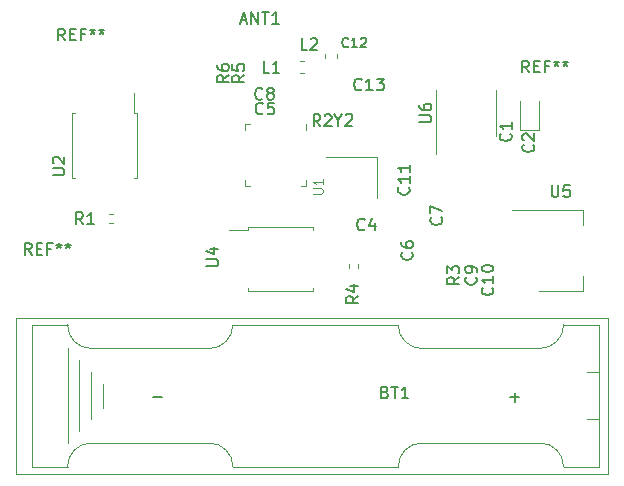
<source format=gbr>
%TF.GenerationSoftware,KiCad,Pcbnew,7.0.2*%
%TF.CreationDate,2023-05-16T00:14:24-03:00*%
%TF.ProjectId,fullWirelessComTractian,66756c6c-5769-4726-956c-657373436f6d,rev?*%
%TF.SameCoordinates,Original*%
%TF.FileFunction,Legend,Top*%
%TF.FilePolarity,Positive*%
%FSLAX46Y46*%
G04 Gerber Fmt 4.6, Leading zero omitted, Abs format (unit mm)*
G04 Created by KiCad (PCBNEW 7.0.2) date 2023-05-16 00:14:24*
%MOMM*%
%LPD*%
G01*
G04 APERTURE LIST*
%ADD10C,0.150000*%
%ADD11C,0.125000*%
%ADD12C,0.120000*%
G04 APERTURE END LIST*
D10*
%TO.C,L2*%
X154483333Y-95962619D02*
X154007143Y-95962619D01*
X154007143Y-95962619D02*
X154007143Y-94962619D01*
X154769048Y-95057857D02*
X154816667Y-95010238D01*
X154816667Y-95010238D02*
X154911905Y-94962619D01*
X154911905Y-94962619D02*
X155150000Y-94962619D01*
X155150000Y-94962619D02*
X155245238Y-95010238D01*
X155245238Y-95010238D02*
X155292857Y-95057857D01*
X155292857Y-95057857D02*
X155340476Y-95153095D01*
X155340476Y-95153095D02*
X155340476Y-95248333D01*
X155340476Y-95248333D02*
X155292857Y-95391190D01*
X155292857Y-95391190D02*
X154721429Y-95962619D01*
X154721429Y-95962619D02*
X155340476Y-95962619D01*
%TO.C,R6*%
X147852619Y-98086666D02*
X147376428Y-98419999D01*
X147852619Y-98658094D02*
X146852619Y-98658094D01*
X146852619Y-98658094D02*
X146852619Y-98277142D01*
X146852619Y-98277142D02*
X146900238Y-98181904D01*
X146900238Y-98181904D02*
X146947857Y-98134285D01*
X146947857Y-98134285D02*
X147043095Y-98086666D01*
X147043095Y-98086666D02*
X147185952Y-98086666D01*
X147185952Y-98086666D02*
X147281190Y-98134285D01*
X147281190Y-98134285D02*
X147328809Y-98181904D01*
X147328809Y-98181904D02*
X147376428Y-98277142D01*
X147376428Y-98277142D02*
X147376428Y-98658094D01*
X146852619Y-97229523D02*
X146852619Y-97419999D01*
X146852619Y-97419999D02*
X146900238Y-97515237D01*
X146900238Y-97515237D02*
X146947857Y-97562856D01*
X146947857Y-97562856D02*
X147090714Y-97658094D01*
X147090714Y-97658094D02*
X147281190Y-97705713D01*
X147281190Y-97705713D02*
X147662142Y-97705713D01*
X147662142Y-97705713D02*
X147757380Y-97658094D01*
X147757380Y-97658094D02*
X147805000Y-97610475D01*
X147805000Y-97610475D02*
X147852619Y-97515237D01*
X147852619Y-97515237D02*
X147852619Y-97324761D01*
X147852619Y-97324761D02*
X147805000Y-97229523D01*
X147805000Y-97229523D02*
X147757380Y-97181904D01*
X147757380Y-97181904D02*
X147662142Y-97134285D01*
X147662142Y-97134285D02*
X147424047Y-97134285D01*
X147424047Y-97134285D02*
X147328809Y-97181904D01*
X147328809Y-97181904D02*
X147281190Y-97229523D01*
X147281190Y-97229523D02*
X147233571Y-97324761D01*
X147233571Y-97324761D02*
X147233571Y-97515237D01*
X147233571Y-97515237D02*
X147281190Y-97610475D01*
X147281190Y-97610475D02*
X147328809Y-97658094D01*
X147328809Y-97658094D02*
X147424047Y-97705713D01*
%TO.C,ANT1*%
X148840952Y-93436904D02*
X149317142Y-93436904D01*
X148745714Y-93722619D02*
X149079047Y-92722619D01*
X149079047Y-92722619D02*
X149412380Y-93722619D01*
X149745714Y-93722619D02*
X149745714Y-92722619D01*
X149745714Y-92722619D02*
X150317142Y-93722619D01*
X150317142Y-93722619D02*
X150317142Y-92722619D01*
X150650476Y-92722619D02*
X151221904Y-92722619D01*
X150936190Y-93722619D02*
X150936190Y-92722619D01*
X152079047Y-93722619D02*
X151507619Y-93722619D01*
X151793333Y-93722619D02*
X151793333Y-92722619D01*
X151793333Y-92722619D02*
X151698095Y-92865476D01*
X151698095Y-92865476D02*
X151602857Y-92960714D01*
X151602857Y-92960714D02*
X151507619Y-93008333D01*
%TO.C,R4*%
X158782619Y-116804166D02*
X158306428Y-117137499D01*
X158782619Y-117375594D02*
X157782619Y-117375594D01*
X157782619Y-117375594D02*
X157782619Y-116994642D01*
X157782619Y-116994642D02*
X157830238Y-116899404D01*
X157830238Y-116899404D02*
X157877857Y-116851785D01*
X157877857Y-116851785D02*
X157973095Y-116804166D01*
X157973095Y-116804166D02*
X158115952Y-116804166D01*
X158115952Y-116804166D02*
X158211190Y-116851785D01*
X158211190Y-116851785D02*
X158258809Y-116899404D01*
X158258809Y-116899404D02*
X158306428Y-116994642D01*
X158306428Y-116994642D02*
X158306428Y-117375594D01*
X158115952Y-115947023D02*
X158782619Y-115947023D01*
X157735000Y-116185118D02*
X158449285Y-116423213D01*
X158449285Y-116423213D02*
X158449285Y-115804166D01*
D11*
%TO.C,U1*%
X154990095Y-108139523D02*
X155637714Y-108139523D01*
X155637714Y-108139523D02*
X155713904Y-108101428D01*
X155713904Y-108101428D02*
X155752000Y-108063333D01*
X155752000Y-108063333D02*
X155790095Y-107987142D01*
X155790095Y-107987142D02*
X155790095Y-107834761D01*
X155790095Y-107834761D02*
X155752000Y-107758571D01*
X155752000Y-107758571D02*
X155713904Y-107720476D01*
X155713904Y-107720476D02*
X155637714Y-107682380D01*
X155637714Y-107682380D02*
X154990095Y-107682380D01*
X155790095Y-106882381D02*
X155790095Y-107339524D01*
X155790095Y-107110952D02*
X154990095Y-107110952D01*
X154990095Y-107110952D02*
X155104380Y-107187143D01*
X155104380Y-107187143D02*
X155180571Y-107263333D01*
X155180571Y-107263333D02*
X155218666Y-107339524D01*
D10*
%TO.C,C7*%
X165807380Y-110126666D02*
X165855000Y-110174285D01*
X165855000Y-110174285D02*
X165902619Y-110317142D01*
X165902619Y-110317142D02*
X165902619Y-110412380D01*
X165902619Y-110412380D02*
X165855000Y-110555237D01*
X165855000Y-110555237D02*
X165759761Y-110650475D01*
X165759761Y-110650475D02*
X165664523Y-110698094D01*
X165664523Y-110698094D02*
X165474047Y-110745713D01*
X165474047Y-110745713D02*
X165331190Y-110745713D01*
X165331190Y-110745713D02*
X165140714Y-110698094D01*
X165140714Y-110698094D02*
X165045476Y-110650475D01*
X165045476Y-110650475D02*
X164950238Y-110555237D01*
X164950238Y-110555237D02*
X164902619Y-110412380D01*
X164902619Y-110412380D02*
X164902619Y-110317142D01*
X164902619Y-110317142D02*
X164950238Y-110174285D01*
X164950238Y-110174285D02*
X164997857Y-110126666D01*
X164902619Y-109793332D02*
X164902619Y-109126666D01*
X164902619Y-109126666D02*
X165902619Y-109555237D01*
%TO.C,C8*%
X150683333Y-100067380D02*
X150635714Y-100115000D01*
X150635714Y-100115000D02*
X150492857Y-100162619D01*
X150492857Y-100162619D02*
X150397619Y-100162619D01*
X150397619Y-100162619D02*
X150254762Y-100115000D01*
X150254762Y-100115000D02*
X150159524Y-100019761D01*
X150159524Y-100019761D02*
X150111905Y-99924523D01*
X150111905Y-99924523D02*
X150064286Y-99734047D01*
X150064286Y-99734047D02*
X150064286Y-99591190D01*
X150064286Y-99591190D02*
X150111905Y-99400714D01*
X150111905Y-99400714D02*
X150159524Y-99305476D01*
X150159524Y-99305476D02*
X150254762Y-99210238D01*
X150254762Y-99210238D02*
X150397619Y-99162619D01*
X150397619Y-99162619D02*
X150492857Y-99162619D01*
X150492857Y-99162619D02*
X150635714Y-99210238D01*
X150635714Y-99210238D02*
X150683333Y-99257857D01*
X151254762Y-99591190D02*
X151159524Y-99543571D01*
X151159524Y-99543571D02*
X151111905Y-99495952D01*
X151111905Y-99495952D02*
X151064286Y-99400714D01*
X151064286Y-99400714D02*
X151064286Y-99353095D01*
X151064286Y-99353095D02*
X151111905Y-99257857D01*
X151111905Y-99257857D02*
X151159524Y-99210238D01*
X151159524Y-99210238D02*
X151254762Y-99162619D01*
X151254762Y-99162619D02*
X151445238Y-99162619D01*
X151445238Y-99162619D02*
X151540476Y-99210238D01*
X151540476Y-99210238D02*
X151588095Y-99257857D01*
X151588095Y-99257857D02*
X151635714Y-99353095D01*
X151635714Y-99353095D02*
X151635714Y-99400714D01*
X151635714Y-99400714D02*
X151588095Y-99495952D01*
X151588095Y-99495952D02*
X151540476Y-99543571D01*
X151540476Y-99543571D02*
X151445238Y-99591190D01*
X151445238Y-99591190D02*
X151254762Y-99591190D01*
X151254762Y-99591190D02*
X151159524Y-99638809D01*
X151159524Y-99638809D02*
X151111905Y-99686428D01*
X151111905Y-99686428D02*
X151064286Y-99781666D01*
X151064286Y-99781666D02*
X151064286Y-99972142D01*
X151064286Y-99972142D02*
X151111905Y-100067380D01*
X151111905Y-100067380D02*
X151159524Y-100115000D01*
X151159524Y-100115000D02*
X151254762Y-100162619D01*
X151254762Y-100162619D02*
X151445238Y-100162619D01*
X151445238Y-100162619D02*
X151540476Y-100115000D01*
X151540476Y-100115000D02*
X151588095Y-100067380D01*
X151588095Y-100067380D02*
X151635714Y-99972142D01*
X151635714Y-99972142D02*
X151635714Y-99781666D01*
X151635714Y-99781666D02*
X151588095Y-99686428D01*
X151588095Y-99686428D02*
X151540476Y-99638809D01*
X151540476Y-99638809D02*
X151445238Y-99591190D01*
%TO.C,C9*%
X168747380Y-115196666D02*
X168795000Y-115244285D01*
X168795000Y-115244285D02*
X168842619Y-115387142D01*
X168842619Y-115387142D02*
X168842619Y-115482380D01*
X168842619Y-115482380D02*
X168795000Y-115625237D01*
X168795000Y-115625237D02*
X168699761Y-115720475D01*
X168699761Y-115720475D02*
X168604523Y-115768094D01*
X168604523Y-115768094D02*
X168414047Y-115815713D01*
X168414047Y-115815713D02*
X168271190Y-115815713D01*
X168271190Y-115815713D02*
X168080714Y-115768094D01*
X168080714Y-115768094D02*
X167985476Y-115720475D01*
X167985476Y-115720475D02*
X167890238Y-115625237D01*
X167890238Y-115625237D02*
X167842619Y-115482380D01*
X167842619Y-115482380D02*
X167842619Y-115387142D01*
X167842619Y-115387142D02*
X167890238Y-115244285D01*
X167890238Y-115244285D02*
X167937857Y-115196666D01*
X168842619Y-114720475D02*
X168842619Y-114529999D01*
X168842619Y-114529999D02*
X168795000Y-114434761D01*
X168795000Y-114434761D02*
X168747380Y-114387142D01*
X168747380Y-114387142D02*
X168604523Y-114291904D01*
X168604523Y-114291904D02*
X168414047Y-114244285D01*
X168414047Y-114244285D02*
X168033095Y-114244285D01*
X168033095Y-114244285D02*
X167937857Y-114291904D01*
X167937857Y-114291904D02*
X167890238Y-114339523D01*
X167890238Y-114339523D02*
X167842619Y-114434761D01*
X167842619Y-114434761D02*
X167842619Y-114625237D01*
X167842619Y-114625237D02*
X167890238Y-114720475D01*
X167890238Y-114720475D02*
X167937857Y-114768094D01*
X167937857Y-114768094D02*
X168033095Y-114815713D01*
X168033095Y-114815713D02*
X168271190Y-114815713D01*
X168271190Y-114815713D02*
X168366428Y-114768094D01*
X168366428Y-114768094D02*
X168414047Y-114720475D01*
X168414047Y-114720475D02*
X168461666Y-114625237D01*
X168461666Y-114625237D02*
X168461666Y-114434761D01*
X168461666Y-114434761D02*
X168414047Y-114339523D01*
X168414047Y-114339523D02*
X168366428Y-114291904D01*
X168366428Y-114291904D02*
X168271190Y-114244285D01*
%TO.C,C12*%
X157925714Y-95633904D02*
X157887618Y-95672000D01*
X157887618Y-95672000D02*
X157773333Y-95710095D01*
X157773333Y-95710095D02*
X157697142Y-95710095D01*
X157697142Y-95710095D02*
X157582856Y-95672000D01*
X157582856Y-95672000D02*
X157506666Y-95595809D01*
X157506666Y-95595809D02*
X157468571Y-95519619D01*
X157468571Y-95519619D02*
X157430475Y-95367238D01*
X157430475Y-95367238D02*
X157430475Y-95252952D01*
X157430475Y-95252952D02*
X157468571Y-95100571D01*
X157468571Y-95100571D02*
X157506666Y-95024380D01*
X157506666Y-95024380D02*
X157582856Y-94948190D01*
X157582856Y-94948190D02*
X157697142Y-94910095D01*
X157697142Y-94910095D02*
X157773333Y-94910095D01*
X157773333Y-94910095D02*
X157887618Y-94948190D01*
X157887618Y-94948190D02*
X157925714Y-94986285D01*
X158687618Y-95710095D02*
X158230475Y-95710095D01*
X158459047Y-95710095D02*
X158459047Y-94910095D01*
X158459047Y-94910095D02*
X158382856Y-95024380D01*
X158382856Y-95024380D02*
X158306666Y-95100571D01*
X158306666Y-95100571D02*
X158230475Y-95138666D01*
X158992380Y-94986285D02*
X159030476Y-94948190D01*
X159030476Y-94948190D02*
X159106666Y-94910095D01*
X159106666Y-94910095D02*
X159297142Y-94910095D01*
X159297142Y-94910095D02*
X159373333Y-94948190D01*
X159373333Y-94948190D02*
X159411428Y-94986285D01*
X159411428Y-94986285D02*
X159449523Y-95062476D01*
X159449523Y-95062476D02*
X159449523Y-95138666D01*
X159449523Y-95138666D02*
X159411428Y-95252952D01*
X159411428Y-95252952D02*
X158954285Y-95710095D01*
X158954285Y-95710095D02*
X159449523Y-95710095D01*
%TO.C,C13*%
X159072142Y-99281380D02*
X159024523Y-99329000D01*
X159024523Y-99329000D02*
X158881666Y-99376619D01*
X158881666Y-99376619D02*
X158786428Y-99376619D01*
X158786428Y-99376619D02*
X158643571Y-99329000D01*
X158643571Y-99329000D02*
X158548333Y-99233761D01*
X158548333Y-99233761D02*
X158500714Y-99138523D01*
X158500714Y-99138523D02*
X158453095Y-98948047D01*
X158453095Y-98948047D02*
X158453095Y-98805190D01*
X158453095Y-98805190D02*
X158500714Y-98614714D01*
X158500714Y-98614714D02*
X158548333Y-98519476D01*
X158548333Y-98519476D02*
X158643571Y-98424238D01*
X158643571Y-98424238D02*
X158786428Y-98376619D01*
X158786428Y-98376619D02*
X158881666Y-98376619D01*
X158881666Y-98376619D02*
X159024523Y-98424238D01*
X159024523Y-98424238D02*
X159072142Y-98471857D01*
X160024523Y-99376619D02*
X159453095Y-99376619D01*
X159738809Y-99376619D02*
X159738809Y-98376619D01*
X159738809Y-98376619D02*
X159643571Y-98519476D01*
X159643571Y-98519476D02*
X159548333Y-98614714D01*
X159548333Y-98614714D02*
X159453095Y-98662333D01*
X160357857Y-98376619D02*
X160976904Y-98376619D01*
X160976904Y-98376619D02*
X160643571Y-98757571D01*
X160643571Y-98757571D02*
X160786428Y-98757571D01*
X160786428Y-98757571D02*
X160881666Y-98805190D01*
X160881666Y-98805190D02*
X160929285Y-98852809D01*
X160929285Y-98852809D02*
X160976904Y-98948047D01*
X160976904Y-98948047D02*
X160976904Y-99186142D01*
X160976904Y-99186142D02*
X160929285Y-99281380D01*
X160929285Y-99281380D02*
X160881666Y-99329000D01*
X160881666Y-99329000D02*
X160786428Y-99376619D01*
X160786428Y-99376619D02*
X160500714Y-99376619D01*
X160500714Y-99376619D02*
X160405476Y-99329000D01*
X160405476Y-99329000D02*
X160357857Y-99281380D01*
%TO.C,R2*%
X155580833Y-102412619D02*
X155247500Y-101936428D01*
X155009405Y-102412619D02*
X155009405Y-101412619D01*
X155009405Y-101412619D02*
X155390357Y-101412619D01*
X155390357Y-101412619D02*
X155485595Y-101460238D01*
X155485595Y-101460238D02*
X155533214Y-101507857D01*
X155533214Y-101507857D02*
X155580833Y-101603095D01*
X155580833Y-101603095D02*
X155580833Y-101745952D01*
X155580833Y-101745952D02*
X155533214Y-101841190D01*
X155533214Y-101841190D02*
X155485595Y-101888809D01*
X155485595Y-101888809D02*
X155390357Y-101936428D01*
X155390357Y-101936428D02*
X155009405Y-101936428D01*
X155961786Y-101507857D02*
X156009405Y-101460238D01*
X156009405Y-101460238D02*
X156104643Y-101412619D01*
X156104643Y-101412619D02*
X156342738Y-101412619D01*
X156342738Y-101412619D02*
X156437976Y-101460238D01*
X156437976Y-101460238D02*
X156485595Y-101507857D01*
X156485595Y-101507857D02*
X156533214Y-101603095D01*
X156533214Y-101603095D02*
X156533214Y-101698333D01*
X156533214Y-101698333D02*
X156485595Y-101841190D01*
X156485595Y-101841190D02*
X155914167Y-102412619D01*
X155914167Y-102412619D02*
X156533214Y-102412619D01*
%TO.C,U4*%
X145942619Y-114251904D02*
X146752142Y-114251904D01*
X146752142Y-114251904D02*
X146847380Y-114204285D01*
X146847380Y-114204285D02*
X146895000Y-114156666D01*
X146895000Y-114156666D02*
X146942619Y-114061428D01*
X146942619Y-114061428D02*
X146942619Y-113870952D01*
X146942619Y-113870952D02*
X146895000Y-113775714D01*
X146895000Y-113775714D02*
X146847380Y-113728095D01*
X146847380Y-113728095D02*
X146752142Y-113680476D01*
X146752142Y-113680476D02*
X145942619Y-113680476D01*
X146275952Y-112775714D02*
X146942619Y-112775714D01*
X145895000Y-113013809D02*
X146609285Y-113251904D01*
X146609285Y-113251904D02*
X146609285Y-112632857D01*
%TO.C,C6*%
X163337380Y-113086666D02*
X163385000Y-113134285D01*
X163385000Y-113134285D02*
X163432619Y-113277142D01*
X163432619Y-113277142D02*
X163432619Y-113372380D01*
X163432619Y-113372380D02*
X163385000Y-113515237D01*
X163385000Y-113515237D02*
X163289761Y-113610475D01*
X163289761Y-113610475D02*
X163194523Y-113658094D01*
X163194523Y-113658094D02*
X163004047Y-113705713D01*
X163004047Y-113705713D02*
X162861190Y-113705713D01*
X162861190Y-113705713D02*
X162670714Y-113658094D01*
X162670714Y-113658094D02*
X162575476Y-113610475D01*
X162575476Y-113610475D02*
X162480238Y-113515237D01*
X162480238Y-113515237D02*
X162432619Y-113372380D01*
X162432619Y-113372380D02*
X162432619Y-113277142D01*
X162432619Y-113277142D02*
X162480238Y-113134285D01*
X162480238Y-113134285D02*
X162527857Y-113086666D01*
X162432619Y-112229523D02*
X162432619Y-112419999D01*
X162432619Y-112419999D02*
X162480238Y-112515237D01*
X162480238Y-112515237D02*
X162527857Y-112562856D01*
X162527857Y-112562856D02*
X162670714Y-112658094D01*
X162670714Y-112658094D02*
X162861190Y-112705713D01*
X162861190Y-112705713D02*
X163242142Y-112705713D01*
X163242142Y-112705713D02*
X163337380Y-112658094D01*
X163337380Y-112658094D02*
X163385000Y-112610475D01*
X163385000Y-112610475D02*
X163432619Y-112515237D01*
X163432619Y-112515237D02*
X163432619Y-112324761D01*
X163432619Y-112324761D02*
X163385000Y-112229523D01*
X163385000Y-112229523D02*
X163337380Y-112181904D01*
X163337380Y-112181904D02*
X163242142Y-112134285D01*
X163242142Y-112134285D02*
X163004047Y-112134285D01*
X163004047Y-112134285D02*
X162908809Y-112181904D01*
X162908809Y-112181904D02*
X162861190Y-112229523D01*
X162861190Y-112229523D02*
X162813571Y-112324761D01*
X162813571Y-112324761D02*
X162813571Y-112515237D01*
X162813571Y-112515237D02*
X162861190Y-112610475D01*
X162861190Y-112610475D02*
X162908809Y-112658094D01*
X162908809Y-112658094D02*
X163004047Y-112705713D01*
%TO.C,REF\u002A\u002A*%
X173236666Y-97852619D02*
X172903333Y-97376428D01*
X172665238Y-97852619D02*
X172665238Y-96852619D01*
X172665238Y-96852619D02*
X173046190Y-96852619D01*
X173046190Y-96852619D02*
X173141428Y-96900238D01*
X173141428Y-96900238D02*
X173189047Y-96947857D01*
X173189047Y-96947857D02*
X173236666Y-97043095D01*
X173236666Y-97043095D02*
X173236666Y-97185952D01*
X173236666Y-97185952D02*
X173189047Y-97281190D01*
X173189047Y-97281190D02*
X173141428Y-97328809D01*
X173141428Y-97328809D02*
X173046190Y-97376428D01*
X173046190Y-97376428D02*
X172665238Y-97376428D01*
X173665238Y-97328809D02*
X173998571Y-97328809D01*
X174141428Y-97852619D02*
X173665238Y-97852619D01*
X173665238Y-97852619D02*
X173665238Y-96852619D01*
X173665238Y-96852619D02*
X174141428Y-96852619D01*
X174903333Y-97328809D02*
X174570000Y-97328809D01*
X174570000Y-97852619D02*
X174570000Y-96852619D01*
X174570000Y-96852619D02*
X175046190Y-96852619D01*
X175570000Y-96852619D02*
X175570000Y-97090714D01*
X175331905Y-96995476D02*
X175570000Y-97090714D01*
X175570000Y-97090714D02*
X175808095Y-96995476D01*
X175427143Y-97281190D02*
X175570000Y-97090714D01*
X175570000Y-97090714D02*
X175712857Y-97281190D01*
X176331905Y-96852619D02*
X176331905Y-97090714D01*
X176093810Y-96995476D02*
X176331905Y-97090714D01*
X176331905Y-97090714D02*
X176570000Y-96995476D01*
X176189048Y-97281190D02*
X176331905Y-97090714D01*
X176331905Y-97090714D02*
X176474762Y-97281190D01*
%TO.C,C4*%
X159323333Y-111137380D02*
X159275714Y-111185000D01*
X159275714Y-111185000D02*
X159132857Y-111232619D01*
X159132857Y-111232619D02*
X159037619Y-111232619D01*
X159037619Y-111232619D02*
X158894762Y-111185000D01*
X158894762Y-111185000D02*
X158799524Y-111089761D01*
X158799524Y-111089761D02*
X158751905Y-110994523D01*
X158751905Y-110994523D02*
X158704286Y-110804047D01*
X158704286Y-110804047D02*
X158704286Y-110661190D01*
X158704286Y-110661190D02*
X158751905Y-110470714D01*
X158751905Y-110470714D02*
X158799524Y-110375476D01*
X158799524Y-110375476D02*
X158894762Y-110280238D01*
X158894762Y-110280238D02*
X159037619Y-110232619D01*
X159037619Y-110232619D02*
X159132857Y-110232619D01*
X159132857Y-110232619D02*
X159275714Y-110280238D01*
X159275714Y-110280238D02*
X159323333Y-110327857D01*
X160180476Y-110565952D02*
X160180476Y-111232619D01*
X159942381Y-110185000D02*
X159704286Y-110899285D01*
X159704286Y-110899285D02*
X160323333Y-110899285D01*
%TO.C,R3*%
X167342619Y-115196666D02*
X166866428Y-115529999D01*
X167342619Y-115768094D02*
X166342619Y-115768094D01*
X166342619Y-115768094D02*
X166342619Y-115387142D01*
X166342619Y-115387142D02*
X166390238Y-115291904D01*
X166390238Y-115291904D02*
X166437857Y-115244285D01*
X166437857Y-115244285D02*
X166533095Y-115196666D01*
X166533095Y-115196666D02*
X166675952Y-115196666D01*
X166675952Y-115196666D02*
X166771190Y-115244285D01*
X166771190Y-115244285D02*
X166818809Y-115291904D01*
X166818809Y-115291904D02*
X166866428Y-115387142D01*
X166866428Y-115387142D02*
X166866428Y-115768094D01*
X166342619Y-114863332D02*
X166342619Y-114244285D01*
X166342619Y-114244285D02*
X166723571Y-114577618D01*
X166723571Y-114577618D02*
X166723571Y-114434761D01*
X166723571Y-114434761D02*
X166771190Y-114339523D01*
X166771190Y-114339523D02*
X166818809Y-114291904D01*
X166818809Y-114291904D02*
X166914047Y-114244285D01*
X166914047Y-114244285D02*
X167152142Y-114244285D01*
X167152142Y-114244285D02*
X167247380Y-114291904D01*
X167247380Y-114291904D02*
X167295000Y-114339523D01*
X167295000Y-114339523D02*
X167342619Y-114434761D01*
X167342619Y-114434761D02*
X167342619Y-114720475D01*
X167342619Y-114720475D02*
X167295000Y-114815713D01*
X167295000Y-114815713D02*
X167247380Y-114863332D01*
%TO.C,R1*%
X135485833Y-110702619D02*
X135152500Y-110226428D01*
X134914405Y-110702619D02*
X134914405Y-109702619D01*
X134914405Y-109702619D02*
X135295357Y-109702619D01*
X135295357Y-109702619D02*
X135390595Y-109750238D01*
X135390595Y-109750238D02*
X135438214Y-109797857D01*
X135438214Y-109797857D02*
X135485833Y-109893095D01*
X135485833Y-109893095D02*
X135485833Y-110035952D01*
X135485833Y-110035952D02*
X135438214Y-110131190D01*
X135438214Y-110131190D02*
X135390595Y-110178809D01*
X135390595Y-110178809D02*
X135295357Y-110226428D01*
X135295357Y-110226428D02*
X134914405Y-110226428D01*
X136438214Y-110702619D02*
X135866786Y-110702619D01*
X136152500Y-110702619D02*
X136152500Y-109702619D01*
X136152500Y-109702619D02*
X136057262Y-109845476D01*
X136057262Y-109845476D02*
X135962024Y-109940714D01*
X135962024Y-109940714D02*
X135866786Y-109988333D01*
%TO.C,REF\u002A\u002A*%
X133966666Y-95142619D02*
X133633333Y-94666428D01*
X133395238Y-95142619D02*
X133395238Y-94142619D01*
X133395238Y-94142619D02*
X133776190Y-94142619D01*
X133776190Y-94142619D02*
X133871428Y-94190238D01*
X133871428Y-94190238D02*
X133919047Y-94237857D01*
X133919047Y-94237857D02*
X133966666Y-94333095D01*
X133966666Y-94333095D02*
X133966666Y-94475952D01*
X133966666Y-94475952D02*
X133919047Y-94571190D01*
X133919047Y-94571190D02*
X133871428Y-94618809D01*
X133871428Y-94618809D02*
X133776190Y-94666428D01*
X133776190Y-94666428D02*
X133395238Y-94666428D01*
X134395238Y-94618809D02*
X134728571Y-94618809D01*
X134871428Y-95142619D02*
X134395238Y-95142619D01*
X134395238Y-95142619D02*
X134395238Y-94142619D01*
X134395238Y-94142619D02*
X134871428Y-94142619D01*
X135633333Y-94618809D02*
X135300000Y-94618809D01*
X135300000Y-95142619D02*
X135300000Y-94142619D01*
X135300000Y-94142619D02*
X135776190Y-94142619D01*
X136300000Y-94142619D02*
X136300000Y-94380714D01*
X136061905Y-94285476D02*
X136300000Y-94380714D01*
X136300000Y-94380714D02*
X136538095Y-94285476D01*
X136157143Y-94571190D02*
X136300000Y-94380714D01*
X136300000Y-94380714D02*
X136442857Y-94571190D01*
X137061905Y-94142619D02*
X137061905Y-94380714D01*
X136823810Y-94285476D02*
X137061905Y-94380714D01*
X137061905Y-94380714D02*
X137300000Y-94285476D01*
X136919048Y-94571190D02*
X137061905Y-94380714D01*
X137061905Y-94380714D02*
X137204762Y-94571190D01*
%TO.C,C10*%
X170147380Y-116072857D02*
X170195000Y-116120476D01*
X170195000Y-116120476D02*
X170242619Y-116263333D01*
X170242619Y-116263333D02*
X170242619Y-116358571D01*
X170242619Y-116358571D02*
X170195000Y-116501428D01*
X170195000Y-116501428D02*
X170099761Y-116596666D01*
X170099761Y-116596666D02*
X170004523Y-116644285D01*
X170004523Y-116644285D02*
X169814047Y-116691904D01*
X169814047Y-116691904D02*
X169671190Y-116691904D01*
X169671190Y-116691904D02*
X169480714Y-116644285D01*
X169480714Y-116644285D02*
X169385476Y-116596666D01*
X169385476Y-116596666D02*
X169290238Y-116501428D01*
X169290238Y-116501428D02*
X169242619Y-116358571D01*
X169242619Y-116358571D02*
X169242619Y-116263333D01*
X169242619Y-116263333D02*
X169290238Y-116120476D01*
X169290238Y-116120476D02*
X169337857Y-116072857D01*
X170242619Y-115120476D02*
X170242619Y-115691904D01*
X170242619Y-115406190D02*
X169242619Y-115406190D01*
X169242619Y-115406190D02*
X169385476Y-115501428D01*
X169385476Y-115501428D02*
X169480714Y-115596666D01*
X169480714Y-115596666D02*
X169528333Y-115691904D01*
X169242619Y-114501428D02*
X169242619Y-114406190D01*
X169242619Y-114406190D02*
X169290238Y-114310952D01*
X169290238Y-114310952D02*
X169337857Y-114263333D01*
X169337857Y-114263333D02*
X169433095Y-114215714D01*
X169433095Y-114215714D02*
X169623571Y-114168095D01*
X169623571Y-114168095D02*
X169861666Y-114168095D01*
X169861666Y-114168095D02*
X170052142Y-114215714D01*
X170052142Y-114215714D02*
X170147380Y-114263333D01*
X170147380Y-114263333D02*
X170195000Y-114310952D01*
X170195000Y-114310952D02*
X170242619Y-114406190D01*
X170242619Y-114406190D02*
X170242619Y-114501428D01*
X170242619Y-114501428D02*
X170195000Y-114596666D01*
X170195000Y-114596666D02*
X170147380Y-114644285D01*
X170147380Y-114644285D02*
X170052142Y-114691904D01*
X170052142Y-114691904D02*
X169861666Y-114739523D01*
X169861666Y-114739523D02*
X169623571Y-114739523D01*
X169623571Y-114739523D02*
X169433095Y-114691904D01*
X169433095Y-114691904D02*
X169337857Y-114644285D01*
X169337857Y-114644285D02*
X169290238Y-114596666D01*
X169290238Y-114596666D02*
X169242619Y-114501428D01*
%TO.C,U5*%
X175168095Y-107392619D02*
X175168095Y-108202142D01*
X175168095Y-108202142D02*
X175215714Y-108297380D01*
X175215714Y-108297380D02*
X175263333Y-108345000D01*
X175263333Y-108345000D02*
X175358571Y-108392619D01*
X175358571Y-108392619D02*
X175549047Y-108392619D01*
X175549047Y-108392619D02*
X175644285Y-108345000D01*
X175644285Y-108345000D02*
X175691904Y-108297380D01*
X175691904Y-108297380D02*
X175739523Y-108202142D01*
X175739523Y-108202142D02*
X175739523Y-107392619D01*
X176691904Y-107392619D02*
X176215714Y-107392619D01*
X176215714Y-107392619D02*
X176168095Y-107868809D01*
X176168095Y-107868809D02*
X176215714Y-107821190D01*
X176215714Y-107821190D02*
X176310952Y-107773571D01*
X176310952Y-107773571D02*
X176549047Y-107773571D01*
X176549047Y-107773571D02*
X176644285Y-107821190D01*
X176644285Y-107821190D02*
X176691904Y-107868809D01*
X176691904Y-107868809D02*
X176739523Y-107964047D01*
X176739523Y-107964047D02*
X176739523Y-108202142D01*
X176739523Y-108202142D02*
X176691904Y-108297380D01*
X176691904Y-108297380D02*
X176644285Y-108345000D01*
X176644285Y-108345000D02*
X176549047Y-108392619D01*
X176549047Y-108392619D02*
X176310952Y-108392619D01*
X176310952Y-108392619D02*
X176215714Y-108345000D01*
X176215714Y-108345000D02*
X176168095Y-108297380D01*
%TO.C,C5*%
X150733333Y-101317380D02*
X150685714Y-101365000D01*
X150685714Y-101365000D02*
X150542857Y-101412619D01*
X150542857Y-101412619D02*
X150447619Y-101412619D01*
X150447619Y-101412619D02*
X150304762Y-101365000D01*
X150304762Y-101365000D02*
X150209524Y-101269761D01*
X150209524Y-101269761D02*
X150161905Y-101174523D01*
X150161905Y-101174523D02*
X150114286Y-100984047D01*
X150114286Y-100984047D02*
X150114286Y-100841190D01*
X150114286Y-100841190D02*
X150161905Y-100650714D01*
X150161905Y-100650714D02*
X150209524Y-100555476D01*
X150209524Y-100555476D02*
X150304762Y-100460238D01*
X150304762Y-100460238D02*
X150447619Y-100412619D01*
X150447619Y-100412619D02*
X150542857Y-100412619D01*
X150542857Y-100412619D02*
X150685714Y-100460238D01*
X150685714Y-100460238D02*
X150733333Y-100507857D01*
X151638095Y-100412619D02*
X151161905Y-100412619D01*
X151161905Y-100412619D02*
X151114286Y-100888809D01*
X151114286Y-100888809D02*
X151161905Y-100841190D01*
X151161905Y-100841190D02*
X151257143Y-100793571D01*
X151257143Y-100793571D02*
X151495238Y-100793571D01*
X151495238Y-100793571D02*
X151590476Y-100841190D01*
X151590476Y-100841190D02*
X151638095Y-100888809D01*
X151638095Y-100888809D02*
X151685714Y-100984047D01*
X151685714Y-100984047D02*
X151685714Y-101222142D01*
X151685714Y-101222142D02*
X151638095Y-101317380D01*
X151638095Y-101317380D02*
X151590476Y-101365000D01*
X151590476Y-101365000D02*
X151495238Y-101412619D01*
X151495238Y-101412619D02*
X151257143Y-101412619D01*
X151257143Y-101412619D02*
X151161905Y-101365000D01*
X151161905Y-101365000D02*
X151114286Y-101317380D01*
%TO.C,U2*%
X132917619Y-106551904D02*
X133727142Y-106551904D01*
X133727142Y-106551904D02*
X133822380Y-106504285D01*
X133822380Y-106504285D02*
X133870000Y-106456666D01*
X133870000Y-106456666D02*
X133917619Y-106361428D01*
X133917619Y-106361428D02*
X133917619Y-106170952D01*
X133917619Y-106170952D02*
X133870000Y-106075714D01*
X133870000Y-106075714D02*
X133822380Y-106028095D01*
X133822380Y-106028095D02*
X133727142Y-105980476D01*
X133727142Y-105980476D02*
X132917619Y-105980476D01*
X133012857Y-105551904D02*
X132965238Y-105504285D01*
X132965238Y-105504285D02*
X132917619Y-105409047D01*
X132917619Y-105409047D02*
X132917619Y-105170952D01*
X132917619Y-105170952D02*
X132965238Y-105075714D01*
X132965238Y-105075714D02*
X133012857Y-105028095D01*
X133012857Y-105028095D02*
X133108095Y-104980476D01*
X133108095Y-104980476D02*
X133203333Y-104980476D01*
X133203333Y-104980476D02*
X133346190Y-105028095D01*
X133346190Y-105028095D02*
X133917619Y-105599523D01*
X133917619Y-105599523D02*
X133917619Y-104980476D01*
%TO.C,C2*%
X173597380Y-103976666D02*
X173645000Y-104024285D01*
X173645000Y-104024285D02*
X173692619Y-104167142D01*
X173692619Y-104167142D02*
X173692619Y-104262380D01*
X173692619Y-104262380D02*
X173645000Y-104405237D01*
X173645000Y-104405237D02*
X173549761Y-104500475D01*
X173549761Y-104500475D02*
X173454523Y-104548094D01*
X173454523Y-104548094D02*
X173264047Y-104595713D01*
X173264047Y-104595713D02*
X173121190Y-104595713D01*
X173121190Y-104595713D02*
X172930714Y-104548094D01*
X172930714Y-104548094D02*
X172835476Y-104500475D01*
X172835476Y-104500475D02*
X172740238Y-104405237D01*
X172740238Y-104405237D02*
X172692619Y-104262380D01*
X172692619Y-104262380D02*
X172692619Y-104167142D01*
X172692619Y-104167142D02*
X172740238Y-104024285D01*
X172740238Y-104024285D02*
X172787857Y-103976666D01*
X172787857Y-103595713D02*
X172740238Y-103548094D01*
X172740238Y-103548094D02*
X172692619Y-103452856D01*
X172692619Y-103452856D02*
X172692619Y-103214761D01*
X172692619Y-103214761D02*
X172740238Y-103119523D01*
X172740238Y-103119523D02*
X172787857Y-103071904D01*
X172787857Y-103071904D02*
X172883095Y-103024285D01*
X172883095Y-103024285D02*
X172978333Y-103024285D01*
X172978333Y-103024285D02*
X173121190Y-103071904D01*
X173121190Y-103071904D02*
X173692619Y-103643332D01*
X173692619Y-103643332D02*
X173692619Y-103024285D01*
%TO.C,L1*%
X151268333Y-97882619D02*
X150792143Y-97882619D01*
X150792143Y-97882619D02*
X150792143Y-96882619D01*
X152125476Y-97882619D02*
X151554048Y-97882619D01*
X151839762Y-97882619D02*
X151839762Y-96882619D01*
X151839762Y-96882619D02*
X151744524Y-97025476D01*
X151744524Y-97025476D02*
X151649286Y-97120714D01*
X151649286Y-97120714D02*
X151554048Y-97168333D01*
%TO.C,REF\u002A\u002A*%
X131136666Y-113312619D02*
X130803333Y-112836428D01*
X130565238Y-113312619D02*
X130565238Y-112312619D01*
X130565238Y-112312619D02*
X130946190Y-112312619D01*
X130946190Y-112312619D02*
X131041428Y-112360238D01*
X131041428Y-112360238D02*
X131089047Y-112407857D01*
X131089047Y-112407857D02*
X131136666Y-112503095D01*
X131136666Y-112503095D02*
X131136666Y-112645952D01*
X131136666Y-112645952D02*
X131089047Y-112741190D01*
X131089047Y-112741190D02*
X131041428Y-112788809D01*
X131041428Y-112788809D02*
X130946190Y-112836428D01*
X130946190Y-112836428D02*
X130565238Y-112836428D01*
X131565238Y-112788809D02*
X131898571Y-112788809D01*
X132041428Y-113312619D02*
X131565238Y-113312619D01*
X131565238Y-113312619D02*
X131565238Y-112312619D01*
X131565238Y-112312619D02*
X132041428Y-112312619D01*
X132803333Y-112788809D02*
X132470000Y-112788809D01*
X132470000Y-113312619D02*
X132470000Y-112312619D01*
X132470000Y-112312619D02*
X132946190Y-112312619D01*
X133470000Y-112312619D02*
X133470000Y-112550714D01*
X133231905Y-112455476D02*
X133470000Y-112550714D01*
X133470000Y-112550714D02*
X133708095Y-112455476D01*
X133327143Y-112741190D02*
X133470000Y-112550714D01*
X133470000Y-112550714D02*
X133612857Y-112741190D01*
X134231905Y-112312619D02*
X134231905Y-112550714D01*
X133993810Y-112455476D02*
X134231905Y-112550714D01*
X134231905Y-112550714D02*
X134470000Y-112455476D01*
X134089048Y-112741190D02*
X134231905Y-112550714D01*
X134231905Y-112550714D02*
X134374762Y-112741190D01*
%TO.C,C11*%
X163057380Y-107582857D02*
X163105000Y-107630476D01*
X163105000Y-107630476D02*
X163152619Y-107773333D01*
X163152619Y-107773333D02*
X163152619Y-107868571D01*
X163152619Y-107868571D02*
X163105000Y-108011428D01*
X163105000Y-108011428D02*
X163009761Y-108106666D01*
X163009761Y-108106666D02*
X162914523Y-108154285D01*
X162914523Y-108154285D02*
X162724047Y-108201904D01*
X162724047Y-108201904D02*
X162581190Y-108201904D01*
X162581190Y-108201904D02*
X162390714Y-108154285D01*
X162390714Y-108154285D02*
X162295476Y-108106666D01*
X162295476Y-108106666D02*
X162200238Y-108011428D01*
X162200238Y-108011428D02*
X162152619Y-107868571D01*
X162152619Y-107868571D02*
X162152619Y-107773333D01*
X162152619Y-107773333D02*
X162200238Y-107630476D01*
X162200238Y-107630476D02*
X162247857Y-107582857D01*
X163152619Y-106630476D02*
X163152619Y-107201904D01*
X163152619Y-106916190D02*
X162152619Y-106916190D01*
X162152619Y-106916190D02*
X162295476Y-107011428D01*
X162295476Y-107011428D02*
X162390714Y-107106666D01*
X162390714Y-107106666D02*
X162438333Y-107201904D01*
X163152619Y-105678095D02*
X163152619Y-106249523D01*
X163152619Y-105963809D02*
X162152619Y-105963809D01*
X162152619Y-105963809D02*
X162295476Y-106059047D01*
X162295476Y-106059047D02*
X162390714Y-106154285D01*
X162390714Y-106154285D02*
X162438333Y-106249523D01*
%TO.C,C1*%
X171677380Y-103046666D02*
X171725000Y-103094285D01*
X171725000Y-103094285D02*
X171772619Y-103237142D01*
X171772619Y-103237142D02*
X171772619Y-103332380D01*
X171772619Y-103332380D02*
X171725000Y-103475237D01*
X171725000Y-103475237D02*
X171629761Y-103570475D01*
X171629761Y-103570475D02*
X171534523Y-103618094D01*
X171534523Y-103618094D02*
X171344047Y-103665713D01*
X171344047Y-103665713D02*
X171201190Y-103665713D01*
X171201190Y-103665713D02*
X171010714Y-103618094D01*
X171010714Y-103618094D02*
X170915476Y-103570475D01*
X170915476Y-103570475D02*
X170820238Y-103475237D01*
X170820238Y-103475237D02*
X170772619Y-103332380D01*
X170772619Y-103332380D02*
X170772619Y-103237142D01*
X170772619Y-103237142D02*
X170820238Y-103094285D01*
X170820238Y-103094285D02*
X170867857Y-103046666D01*
X171772619Y-102094285D02*
X171772619Y-102665713D01*
X171772619Y-102379999D02*
X170772619Y-102379999D01*
X170772619Y-102379999D02*
X170915476Y-102475237D01*
X170915476Y-102475237D02*
X171010714Y-102570475D01*
X171010714Y-102570475D02*
X171058333Y-102665713D01*
%TO.C,U6*%
X163972619Y-102061904D02*
X164782142Y-102061904D01*
X164782142Y-102061904D02*
X164877380Y-102014285D01*
X164877380Y-102014285D02*
X164925000Y-101966666D01*
X164925000Y-101966666D02*
X164972619Y-101871428D01*
X164972619Y-101871428D02*
X164972619Y-101680952D01*
X164972619Y-101680952D02*
X164925000Y-101585714D01*
X164925000Y-101585714D02*
X164877380Y-101538095D01*
X164877380Y-101538095D02*
X164782142Y-101490476D01*
X164782142Y-101490476D02*
X163972619Y-101490476D01*
X163972619Y-100585714D02*
X163972619Y-100776190D01*
X163972619Y-100776190D02*
X164020238Y-100871428D01*
X164020238Y-100871428D02*
X164067857Y-100919047D01*
X164067857Y-100919047D02*
X164210714Y-101014285D01*
X164210714Y-101014285D02*
X164401190Y-101061904D01*
X164401190Y-101061904D02*
X164782142Y-101061904D01*
X164782142Y-101061904D02*
X164877380Y-101014285D01*
X164877380Y-101014285D02*
X164925000Y-100966666D01*
X164925000Y-100966666D02*
X164972619Y-100871428D01*
X164972619Y-100871428D02*
X164972619Y-100680952D01*
X164972619Y-100680952D02*
X164925000Y-100585714D01*
X164925000Y-100585714D02*
X164877380Y-100538095D01*
X164877380Y-100538095D02*
X164782142Y-100490476D01*
X164782142Y-100490476D02*
X164544047Y-100490476D01*
X164544047Y-100490476D02*
X164448809Y-100538095D01*
X164448809Y-100538095D02*
X164401190Y-100585714D01*
X164401190Y-100585714D02*
X164353571Y-100680952D01*
X164353571Y-100680952D02*
X164353571Y-100871428D01*
X164353571Y-100871428D02*
X164401190Y-100966666D01*
X164401190Y-100966666D02*
X164448809Y-101014285D01*
X164448809Y-101014285D02*
X164544047Y-101061904D01*
%TO.C,Y2*%
X157103809Y-101876428D02*
X157103809Y-102352619D01*
X156770476Y-101352619D02*
X157103809Y-101876428D01*
X157103809Y-101876428D02*
X157437142Y-101352619D01*
X157722857Y-101447857D02*
X157770476Y-101400238D01*
X157770476Y-101400238D02*
X157865714Y-101352619D01*
X157865714Y-101352619D02*
X158103809Y-101352619D01*
X158103809Y-101352619D02*
X158199047Y-101400238D01*
X158199047Y-101400238D02*
X158246666Y-101447857D01*
X158246666Y-101447857D02*
X158294285Y-101543095D01*
X158294285Y-101543095D02*
X158294285Y-101638333D01*
X158294285Y-101638333D02*
X158246666Y-101781190D01*
X158246666Y-101781190D02*
X157675238Y-102352619D01*
X157675238Y-102352619D02*
X158294285Y-102352619D01*
%TO.C,BT1*%
X161074285Y-124938809D02*
X161217142Y-124986428D01*
X161217142Y-124986428D02*
X161264761Y-125034047D01*
X161264761Y-125034047D02*
X161312380Y-125129285D01*
X161312380Y-125129285D02*
X161312380Y-125272142D01*
X161312380Y-125272142D02*
X161264761Y-125367380D01*
X161264761Y-125367380D02*
X161217142Y-125415000D01*
X161217142Y-125415000D02*
X161121904Y-125462619D01*
X161121904Y-125462619D02*
X160740952Y-125462619D01*
X160740952Y-125462619D02*
X160740952Y-124462619D01*
X160740952Y-124462619D02*
X161074285Y-124462619D01*
X161074285Y-124462619D02*
X161169523Y-124510238D01*
X161169523Y-124510238D02*
X161217142Y-124557857D01*
X161217142Y-124557857D02*
X161264761Y-124653095D01*
X161264761Y-124653095D02*
X161264761Y-124748333D01*
X161264761Y-124748333D02*
X161217142Y-124843571D01*
X161217142Y-124843571D02*
X161169523Y-124891190D01*
X161169523Y-124891190D02*
X161074285Y-124938809D01*
X161074285Y-124938809D02*
X160740952Y-124938809D01*
X161598095Y-124462619D02*
X162169523Y-124462619D01*
X161883809Y-125462619D02*
X161883809Y-124462619D01*
X163026666Y-125462619D02*
X162455238Y-125462619D01*
X162740952Y-125462619D02*
X162740952Y-124462619D01*
X162740952Y-124462619D02*
X162645714Y-124605476D01*
X162645714Y-124605476D02*
X162550476Y-124700714D01*
X162550476Y-124700714D02*
X162455238Y-124748333D01*
X171645048Y-125357666D02*
X172406953Y-125357666D01*
X172026000Y-125738619D02*
X172026000Y-124976714D01*
X141419048Y-125357666D02*
X142180953Y-125357666D01*
%TO.C,R5*%
X149142619Y-98086666D02*
X148666428Y-98419999D01*
X149142619Y-98658094D02*
X148142619Y-98658094D01*
X148142619Y-98658094D02*
X148142619Y-98277142D01*
X148142619Y-98277142D02*
X148190238Y-98181904D01*
X148190238Y-98181904D02*
X148237857Y-98134285D01*
X148237857Y-98134285D02*
X148333095Y-98086666D01*
X148333095Y-98086666D02*
X148475952Y-98086666D01*
X148475952Y-98086666D02*
X148571190Y-98134285D01*
X148571190Y-98134285D02*
X148618809Y-98181904D01*
X148618809Y-98181904D02*
X148666428Y-98277142D01*
X148666428Y-98277142D02*
X148666428Y-98658094D01*
X148142619Y-97181904D02*
X148142619Y-97658094D01*
X148142619Y-97658094D02*
X148618809Y-97705713D01*
X148618809Y-97705713D02*
X148571190Y-97658094D01*
X148571190Y-97658094D02*
X148523571Y-97562856D01*
X148523571Y-97562856D02*
X148523571Y-97324761D01*
X148523571Y-97324761D02*
X148571190Y-97229523D01*
X148571190Y-97229523D02*
X148618809Y-97181904D01*
X148618809Y-97181904D02*
X148714047Y-97134285D01*
X148714047Y-97134285D02*
X148952142Y-97134285D01*
X148952142Y-97134285D02*
X149047380Y-97181904D01*
X149047380Y-97181904D02*
X149095000Y-97229523D01*
X149095000Y-97229523D02*
X149142619Y-97324761D01*
X149142619Y-97324761D02*
X149142619Y-97562856D01*
X149142619Y-97562856D02*
X149095000Y-97658094D01*
X149095000Y-97658094D02*
X149047380Y-97705713D01*
D12*
%TO.C,L2*%
X157010000Y-96317733D02*
X157010000Y-96660267D01*
X155990000Y-96317733D02*
X155990000Y-96660267D01*
%TO.C,R4*%
X158800000Y-114072379D02*
X158800000Y-114407621D01*
X158040000Y-114072379D02*
X158040000Y-114407621D01*
%TO.C,U1*%
X149180000Y-102260000D02*
X149655000Y-102260000D01*
X154400000Y-102735000D02*
X154400000Y-102260000D01*
X149180000Y-102735000D02*
X149180000Y-102260000D01*
X154400000Y-107005000D02*
X154400000Y-107480000D01*
X149180000Y-107005000D02*
X149180000Y-107480000D01*
X154400000Y-107480000D02*
X153925000Y-107480000D01*
X149180000Y-107480000D02*
X149655000Y-107480000D01*
%TO.C,U4*%
X149480000Y-110915000D02*
X149480000Y-111175000D01*
X149480000Y-111175000D02*
X147830000Y-111175000D01*
X149480000Y-116365000D02*
X149480000Y-116105000D01*
X152230000Y-110915000D02*
X149480000Y-110915000D01*
X152230000Y-110915000D02*
X154980000Y-110915000D01*
X152230000Y-116365000D02*
X149480000Y-116365000D01*
X152230000Y-116365000D02*
X154980000Y-116365000D01*
X154980000Y-110915000D02*
X154980000Y-111175000D01*
X154980000Y-116365000D02*
X154980000Y-116105000D01*
%TO.C,R1*%
X138022621Y-110620000D02*
X137687379Y-110620000D01*
X138022621Y-109860000D02*
X137687379Y-109860000D01*
%TO.C,U5*%
X171830000Y-109520000D02*
X177840000Y-109520000D01*
X174080000Y-116340000D02*
X177840000Y-116340000D01*
X177840000Y-109520000D02*
X177840000Y-110780000D01*
X177840000Y-116340000D02*
X177840000Y-115080000D01*
%TO.C,U2*%
X140030000Y-101290000D02*
X139770000Y-101290000D01*
X139770000Y-101290000D02*
X139770000Y-99640000D01*
X134580000Y-101290000D02*
X134840000Y-101290000D01*
X140030000Y-104040000D02*
X140030000Y-101290000D01*
X140030000Y-104040000D02*
X140030000Y-106790000D01*
X134580000Y-104040000D02*
X134580000Y-101290000D01*
X134580000Y-104040000D02*
X134580000Y-106790000D01*
X140030000Y-106790000D02*
X139770000Y-106790000D01*
X134580000Y-106790000D02*
X134840000Y-106790000D01*
%TO.C,C2*%
X172485000Y-102765000D02*
X174055000Y-102765000D01*
X174055000Y-102765000D02*
X174055000Y-100280000D01*
X172485000Y-100280000D02*
X172485000Y-102765000D01*
%TO.C,L1*%
X153838733Y-96910000D02*
X154181267Y-96910000D01*
X153838733Y-97930000D02*
X154181267Y-97930000D01*
%TO.C,U6*%
X165350000Y-101300000D02*
X165350000Y-104750000D01*
X165350000Y-101300000D02*
X165350000Y-99350000D01*
X170470000Y-101300000D02*
X170470000Y-103250000D01*
X170470000Y-101300000D02*
X170470000Y-99350000D01*
%TO.C,Y2*%
X160390000Y-108490000D02*
X160390000Y-104990000D01*
X160390000Y-104990000D02*
X156090000Y-104990000D01*
%TO.C,BT1*%
X179980000Y-131830000D02*
X179980000Y-118630000D01*
X179980000Y-118630000D02*
X129780000Y-118630000D01*
X179180000Y-131230000D02*
X179180000Y-119230000D01*
X179180000Y-131230000D02*
X176180000Y-131230000D01*
X179180000Y-127230000D02*
X178180000Y-127230000D01*
X179180000Y-119230000D02*
X176180000Y-119230000D01*
X178180000Y-123230000D02*
X179180000Y-123230000D01*
X174180000Y-129230000D02*
X164180000Y-129230000D01*
X174180000Y-121230000D02*
X164180000Y-121230000D01*
X162180000Y-119230000D02*
X148180000Y-119230000D01*
X148180000Y-131230000D02*
X162180000Y-131230000D01*
X137180000Y-126230000D02*
X137180000Y-124230000D01*
X136180000Y-129230000D02*
X146180000Y-129230000D01*
X136180000Y-127230000D02*
X136180000Y-123230000D01*
X136180000Y-121230000D02*
X146180000Y-121230000D01*
X135180000Y-122230000D02*
X135180000Y-128230000D01*
X134180000Y-129230000D02*
X134180000Y-121230000D01*
X131180000Y-131230000D02*
X134180000Y-131230000D01*
X131180000Y-131230000D02*
X131180000Y-119230000D01*
X131180000Y-119230000D02*
X134180000Y-119230000D01*
X129780000Y-131830000D02*
X179980000Y-131830000D01*
X129780000Y-118630000D02*
X129780000Y-131830000D01*
X174180000Y-121230000D02*
G75*
G03*
X176180000Y-119230000I0J2000000D01*
G01*
X176180000Y-131230000D02*
G75*
G03*
X174180000Y-129230000I-2000000J0D01*
G01*
X162180000Y-119230000D02*
G75*
G03*
X164180000Y-121230000I2000000J0D01*
G01*
X164180000Y-129230000D02*
G75*
G03*
X162180000Y-131230000I0J-2000000D01*
G01*
X146180000Y-121230000D02*
G75*
G03*
X148180000Y-119230000I0J2000000D01*
G01*
X148180000Y-131230000D02*
G75*
G03*
X146180000Y-129230000I-2000000J0D01*
G01*
X134180000Y-119230000D02*
G75*
G03*
X136180000Y-121230000I2000000J0D01*
G01*
X136180000Y-129230000D02*
G75*
G03*
X134180000Y-131230000I0J-2000000D01*
G01*
%TD*%
M02*

</source>
